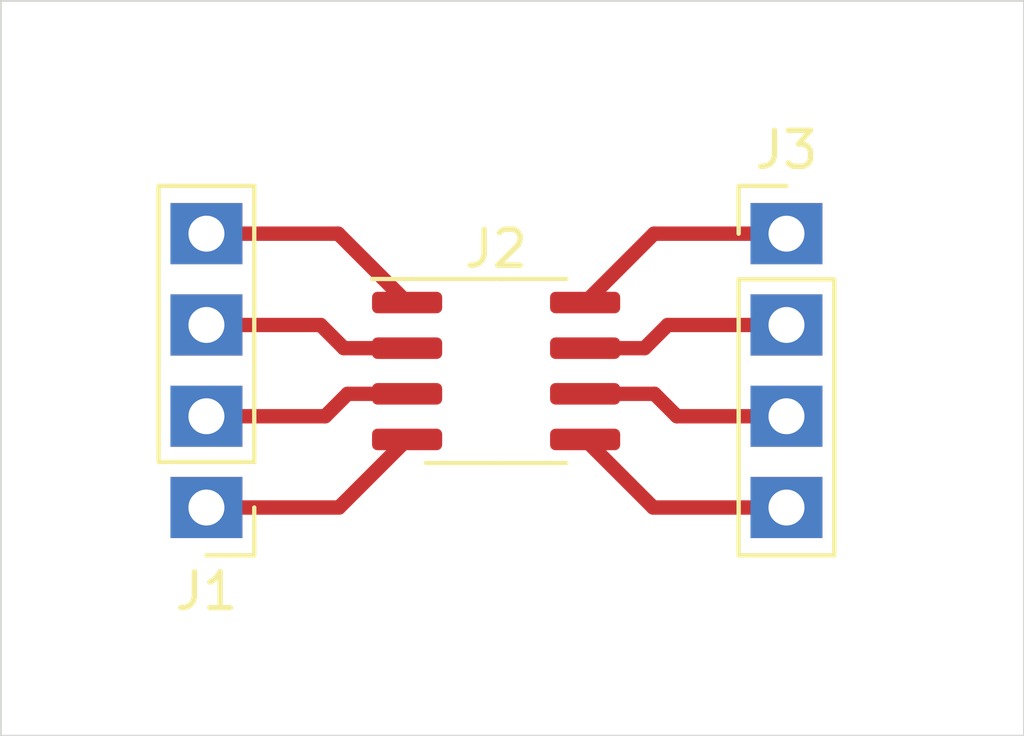
<source format=kicad_pcb>
(kicad_pcb (version 20171130) (host pcbnew 5.1.6-1.fc31)

  (general
    (thickness 1.6)
    (drawings 4)
    (tracks 20)
    (zones 0)
    (modules 3)
    (nets 9)
  )

  (page A4)
  (layers
    (0 F.Cu signal)
    (31 B.Cu signal)
    (32 B.Adhes user)
    (33 F.Adhes user)
    (34 B.Paste user)
    (35 F.Paste user)
    (36 B.SilkS user)
    (37 F.SilkS user)
    (38 B.Mask user)
    (39 F.Mask user)
    (40 Dwgs.User user)
    (41 Cmts.User user)
    (42 Eco1.User user)
    (43 Eco2.User user)
    (44 Edge.Cuts user)
    (45 Margin user)
    (46 B.CrtYd user)
    (47 F.CrtYd user)
    (48 B.Fab user)
    (49 F.Fab user)
  )

  (setup
    (last_trace_width 0.4)
    (user_trace_width 0.4)
    (trace_clearance 0.2)
    (zone_clearance 0.508)
    (zone_45_only no)
    (trace_min 0.2)
    (via_size 0.8)
    (via_drill 0.4)
    (via_min_size 0.4)
    (via_min_drill 0.3)
    (uvia_size 0.3)
    (uvia_drill 0.1)
    (uvias_allowed no)
    (uvia_min_size 0.2)
    (uvia_min_drill 0.1)
    (edge_width 0.05)
    (segment_width 0.2)
    (pcb_text_width 0.3)
    (pcb_text_size 1.5 1.5)
    (mod_edge_width 0.12)
    (mod_text_size 1 1)
    (mod_text_width 0.15)
    (pad_size 1.524 1.524)
    (pad_drill 0.762)
    (pad_to_mask_clearance 0.05)
    (aux_axis_origin 0 0)
    (visible_elements FFFFFF7F)
    (pcbplotparams
      (layerselection 0x010fc_ffffffff)
      (usegerberextensions false)
      (usegerberattributes true)
      (usegerberadvancedattributes true)
      (creategerberjobfile true)
      (excludeedgelayer false)
      (linewidth 0.100000)
      (plotframeref false)
      (viasonmask false)
      (mode 1)
      (useauxorigin false)
      (hpglpennumber 1)
      (hpglpenspeed 20)
      (hpglpendiameter 15.000000)
      (psnegative false)
      (psa4output false)
      (plotreference true)
      (plotvalue true)
      (plotinvisibletext false)
      (padsonsilk false)
      (subtractmaskfromsilk false)
      (outputformat 5)
      (mirror true)
      (drillshape 0)
      (scaleselection 1)
      (outputdirectory ""))
  )

  (net 0 "")
  (net 1 "Net-(J1-Pad4)")
  (net 2 "Net-(J1-Pad3)")
  (net 3 "Net-(J1-Pad2)")
  (net 4 "Net-(J1-Pad1)")
  (net 5 "Net-(J2-Pad8)")
  (net 6 "Net-(J2-Pad7)")
  (net 7 "Net-(J2-Pad6)")
  (net 8 "Net-(J2-Pad5)")

  (net_class Default "This is the default net class."
    (clearance 0.2)
    (trace_width 0.25)
    (via_dia 0.8)
    (via_drill 0.4)
    (uvia_dia 0.3)
    (uvia_drill 0.1)
    (add_net "Net-(J1-Pad1)")
    (add_net "Net-(J1-Pad2)")
    (add_net "Net-(J1-Pad3)")
    (add_net "Net-(J1-Pad4)")
    (add_net "Net-(J2-Pad5)")
    (add_net "Net-(J2-Pad6)")
    (add_net "Net-(J2-Pad7)")
    (add_net "Net-(J2-Pad8)")
  )

  (module soicbreakout:PinHeader_1x04_P2.54mm_Vertical_HandSoldering (layer F.Cu) (tedit 5EF352CA) (tstamp 5EF3A594)
    (at 62.484 28.829)
    (descr "Through hole straight pin header, 1x04, 2.54mm pitch, single row")
    (tags "Through hole pin header THT 1x04 2.54mm single row")
    (path /5EF508E2)
    (fp_text reference J3 (at 0 -2.33) (layer F.SilkS)
      (effects (font (size 1 1) (thickness 0.15)))
    )
    (fp_text value Conn_01x04 (at 0 9.95) (layer F.Fab)
      (effects (font (size 1 1) (thickness 0.15)))
    )
    (fp_text user %R (at 0 3.81 90) (layer F.Fab)
      (effects (font (size 1 1) (thickness 0.15)))
    )
    (fp_line (start 1.8 -1.8) (end -1.8 -1.8) (layer F.CrtYd) (width 0.05))
    (fp_line (start 1.8 9.4) (end 1.8 -1.8) (layer F.CrtYd) (width 0.05))
    (fp_line (start -1.8 9.4) (end 1.8 9.4) (layer F.CrtYd) (width 0.05))
    (fp_line (start -1.8 -1.8) (end -1.8 9.4) (layer F.CrtYd) (width 0.05))
    (fp_line (start -1.33 -1.33) (end 0 -1.33) (layer F.SilkS) (width 0.12))
    (fp_line (start -1.33 0) (end -1.33 -1.33) (layer F.SilkS) (width 0.12))
    (fp_line (start -1.33 1.27) (end 1.33 1.27) (layer F.SilkS) (width 0.12))
    (fp_line (start 1.33 1.27) (end 1.33 8.95) (layer F.SilkS) (width 0.12))
    (fp_line (start -1.33 1.27) (end -1.33 8.95) (layer F.SilkS) (width 0.12))
    (fp_line (start -1.33 8.95) (end 1.33 8.95) (layer F.SilkS) (width 0.12))
    (fp_line (start -1.27 -0.635) (end -0.635 -1.27) (layer F.Fab) (width 0.1))
    (fp_line (start -1.27 8.89) (end -1.27 -0.635) (layer F.Fab) (width 0.1))
    (fp_line (start 1.27 8.89) (end -1.27 8.89) (layer F.Fab) (width 0.1))
    (fp_line (start 1.27 -1.27) (end 1.27 8.89) (layer F.Fab) (width 0.1))
    (fp_line (start -0.635 -1.27) (end 1.27 -1.27) (layer F.Fab) (width 0.1))
    (pad 1 thru_hole rect (at 0 0) (size 2 1.7) (drill 1) (layers *.Cu *.Mask)
      (net 5 "Net-(J2-Pad8)"))
    (pad 2 thru_hole rect (at 0 2.54) (size 2 1.7) (drill 1) (layers *.Cu *.Mask)
      (net 6 "Net-(J2-Pad7)"))
    (pad 3 thru_hole rect (at 0 5.08) (size 2 1.7) (drill 1) (layers *.Cu *.Mask)
      (net 7 "Net-(J2-Pad6)"))
    (pad 4 thru_hole rect (at 0 7.62) (size 2 1.7) (drill 1) (layers *.Cu *.Mask)
      (net 8 "Net-(J2-Pad5)"))
    (model ${KISYS3DMOD}/Connector_PinHeader_2.54mm.3dshapes/PinHeader_1x04_P2.54mm_Vertical.wrl
      (at (xyz 0 0 0))
      (scale (xyz 1 1 1))
      (rotate (xyz 0 0 0))
    )
  )

  (module soicbreakout:PinHeader_1x04_P2.54mm_Vertical_HandSoldering (layer F.Cu) (tedit 5EF352CA) (tstamp 5EF3A562)
    (at 46.355 36.449 180)
    (descr "Through hole straight pin header, 1x04, 2.54mm pitch, single row")
    (tags "Through hole pin header THT 1x04 2.54mm single row")
    (path /5EF5163C)
    (fp_text reference J1 (at 0 -2.33) (layer F.SilkS)
      (effects (font (size 1 1) (thickness 0.15)))
    )
    (fp_text value Conn_01x04 (at 0 9.95) (layer F.Fab)
      (effects (font (size 1 1) (thickness 0.15)))
    )
    (fp_text user %R (at 0 3.81 90) (layer F.Fab)
      (effects (font (size 1 1) (thickness 0.15)))
    )
    (fp_line (start 1.8 -1.8) (end -1.8 -1.8) (layer F.CrtYd) (width 0.05))
    (fp_line (start 1.8 9.4) (end 1.8 -1.8) (layer F.CrtYd) (width 0.05))
    (fp_line (start -1.8 9.4) (end 1.8 9.4) (layer F.CrtYd) (width 0.05))
    (fp_line (start -1.8 -1.8) (end -1.8 9.4) (layer F.CrtYd) (width 0.05))
    (fp_line (start -1.33 -1.33) (end 0 -1.33) (layer F.SilkS) (width 0.12))
    (fp_line (start -1.33 0) (end -1.33 -1.33) (layer F.SilkS) (width 0.12))
    (fp_line (start -1.33 1.27) (end 1.33 1.27) (layer F.SilkS) (width 0.12))
    (fp_line (start 1.33 1.27) (end 1.33 8.95) (layer F.SilkS) (width 0.12))
    (fp_line (start -1.33 1.27) (end -1.33 8.95) (layer F.SilkS) (width 0.12))
    (fp_line (start -1.33 8.95) (end 1.33 8.95) (layer F.SilkS) (width 0.12))
    (fp_line (start -1.27 -0.635) (end -0.635 -1.27) (layer F.Fab) (width 0.1))
    (fp_line (start -1.27 8.89) (end -1.27 -0.635) (layer F.Fab) (width 0.1))
    (fp_line (start 1.27 8.89) (end -1.27 8.89) (layer F.Fab) (width 0.1))
    (fp_line (start 1.27 -1.27) (end 1.27 8.89) (layer F.Fab) (width 0.1))
    (fp_line (start -0.635 -1.27) (end 1.27 -1.27) (layer F.Fab) (width 0.1))
    (pad 1 thru_hole rect (at 0 0 180) (size 2 1.7) (drill 1) (layers *.Cu *.Mask)
      (net 4 "Net-(J1-Pad1)"))
    (pad 2 thru_hole rect (at 0 2.54 180) (size 2 1.7) (drill 1) (layers *.Cu *.Mask)
      (net 3 "Net-(J1-Pad2)"))
    (pad 3 thru_hole rect (at 0 5.08 180) (size 2 1.7) (drill 1) (layers *.Cu *.Mask)
      (net 2 "Net-(J1-Pad3)"))
    (pad 4 thru_hole rect (at 0 7.62 180) (size 2 1.7) (drill 1) (layers *.Cu *.Mask)
      (net 1 "Net-(J1-Pad4)"))
    (model ${KISYS3DMOD}/Connector_PinHeader_2.54mm.3dshapes/PinHeader_1x04_P2.54mm_Vertical.wrl
      (at (xyz 0 0 0))
      (scale (xyz 1 1 1))
      (rotate (xyz 0 0 0))
    )
  )

  (module Package_SO:SOIC-8_3.9x4.9mm_P1.27mm (layer F.Cu) (tedit 5D9F72B1) (tstamp 5EF3A718)
    (at 54.41 32.65)
    (descr "SOIC, 8 Pin (JEDEC MS-012AA, https://www.analog.com/media/en/package-pcb-resources/package/pkg_pdf/soic_narrow-r/r_8.pdf), generated with kicad-footprint-generator ipc_gullwing_generator.py")
    (tags "SOIC SO")
    (path /5EF502F4)
    (attr smd)
    (fp_text reference J2 (at 0 -3.4) (layer F.SilkS)
      (effects (font (size 1 1) (thickness 0.15)))
    )
    (fp_text value SOIC8 (at 0 3.4) (layer F.Fab)
      (effects (font (size 1 1) (thickness 0.15)))
    )
    (fp_text user %R (at 0 0) (layer F.Fab)
      (effects (font (size 0.98 0.98) (thickness 0.15)))
    )
    (fp_line (start 0 2.56) (end 1.95 2.56) (layer F.SilkS) (width 0.12))
    (fp_line (start 0 2.56) (end -1.95 2.56) (layer F.SilkS) (width 0.12))
    (fp_line (start 0 -2.56) (end 1.95 -2.56) (layer F.SilkS) (width 0.12))
    (fp_line (start 0 -2.56) (end -3.45 -2.56) (layer F.SilkS) (width 0.12))
    (fp_line (start -0.975 -2.45) (end 1.95 -2.45) (layer F.Fab) (width 0.1))
    (fp_line (start 1.95 -2.45) (end 1.95 2.45) (layer F.Fab) (width 0.1))
    (fp_line (start 1.95 2.45) (end -1.95 2.45) (layer F.Fab) (width 0.1))
    (fp_line (start -1.95 2.45) (end -1.95 -1.475) (layer F.Fab) (width 0.1))
    (fp_line (start -1.95 -1.475) (end -0.975 -2.45) (layer F.Fab) (width 0.1))
    (fp_line (start -3.7 -2.7) (end -3.7 2.7) (layer F.CrtYd) (width 0.05))
    (fp_line (start -3.7 2.7) (end 3.7 2.7) (layer F.CrtYd) (width 0.05))
    (fp_line (start 3.7 2.7) (end 3.7 -2.7) (layer F.CrtYd) (width 0.05))
    (fp_line (start 3.7 -2.7) (end -3.7 -2.7) (layer F.CrtYd) (width 0.05))
    (pad 8 smd roundrect (at 2.475 -1.905) (size 1.95 0.6) (layers F.Cu F.Paste F.Mask) (roundrect_rratio 0.25)
      (net 5 "Net-(J2-Pad8)"))
    (pad 7 smd roundrect (at 2.475 -0.635) (size 1.95 0.6) (layers F.Cu F.Paste F.Mask) (roundrect_rratio 0.25)
      (net 6 "Net-(J2-Pad7)"))
    (pad 6 smd roundrect (at 2.475 0.635) (size 1.95 0.6) (layers F.Cu F.Paste F.Mask) (roundrect_rratio 0.25)
      (net 7 "Net-(J2-Pad6)"))
    (pad 5 smd roundrect (at 2.475 1.905) (size 1.95 0.6) (layers F.Cu F.Paste F.Mask) (roundrect_rratio 0.25)
      (net 8 "Net-(J2-Pad5)"))
    (pad 4 smd roundrect (at -2.475 1.905) (size 1.95 0.6) (layers F.Cu F.Paste F.Mask) (roundrect_rratio 0.25)
      (net 4 "Net-(J1-Pad1)"))
    (pad 3 smd roundrect (at -2.475 0.635) (size 1.95 0.6) (layers F.Cu F.Paste F.Mask) (roundrect_rratio 0.25)
      (net 3 "Net-(J1-Pad2)"))
    (pad 2 smd roundrect (at -2.475 -0.635) (size 1.95 0.6) (layers F.Cu F.Paste F.Mask) (roundrect_rratio 0.25)
      (net 2 "Net-(J1-Pad3)"))
    (pad 1 smd roundrect (at -2.475 -1.905) (size 1.95 0.6) (layers F.Cu F.Paste F.Mask) (roundrect_rratio 0.25)
      (net 1 "Net-(J1-Pad4)"))
    (model ${KISYS3DMOD}/Package_SO.3dshapes/SOIC-8_3.9x4.9mm_P1.27mm.wrl
      (at (xyz 0 0 0))
      (scale (xyz 1 1 1))
      (rotate (xyz 0 0 0))
    )
  )

  (gr_line (start 40.64 42.799) (end 40.64 22.352) (layer Edge.Cuts) (width 0.05) (tstamp 5EF3ABAC))
  (gr_line (start 69.088 42.799) (end 40.64 42.799) (layer Edge.Cuts) (width 0.05))
  (gr_line (start 69.088 22.352) (end 69.088 42.799) (layer Edge.Cuts) (width 0.05))
  (gr_line (start 40.64 22.352) (end 69.088 22.352) (layer Edge.Cuts) (width 0.05))

  (segment (start 51.935 30.745) (end 50.019 28.829) (width 0.4) (layer F.Cu) (net 1))
  (segment (start 50.019 28.829) (end 46.355 28.829) (width 0.4) (layer F.Cu) (net 1))
  (segment (start 51.935 32.015) (end 50.176 32.015) (width 0.4) (layer F.Cu) (net 2))
  (segment (start 49.53 31.369) (end 46.355 31.369) (width 0.4) (layer F.Cu) (net 2))
  (segment (start 50.176 32.015) (end 49.53 31.369) (width 0.4) (layer F.Cu) (net 2))
  (segment (start 51.935 33.285) (end 50.281 33.285) (width 0.4) (layer F.Cu) (net 3))
  (segment (start 49.657 33.909) (end 46.355 33.909) (width 0.4) (layer F.Cu) (net 3))
  (segment (start 50.281 33.285) (end 49.657 33.909) (width 0.4) (layer F.Cu) (net 3))
  (segment (start 51.935 34.555) (end 50.041 36.449) (width 0.4) (layer F.Cu) (net 4))
  (segment (start 50.041 36.449) (end 46.355 36.449) (width 0.4) (layer F.Cu) (net 4))
  (segment (start 56.885 30.745) (end 58.801 28.829) (width 0.4) (layer F.Cu) (net 5))
  (segment (start 58.801 28.829) (end 62.484 28.829) (width 0.4) (layer F.Cu) (net 5))
  (segment (start 56.885 32.015) (end 58.536 32.015) (width 0.4) (layer F.Cu) (net 6))
  (segment (start 59.182 31.369) (end 62.484 31.369) (width 0.4) (layer F.Cu) (net 6))
  (segment (start 58.536 32.015) (end 59.182 31.369) (width 0.4) (layer F.Cu) (net 6))
  (segment (start 56.885 33.285) (end 58.812 33.285) (width 0.4) (layer F.Cu) (net 7))
  (segment (start 59.436 33.909) (end 62.484 33.909) (width 0.4) (layer F.Cu) (net 7))
  (segment (start 58.812 33.285) (end 59.436 33.909) (width 0.4) (layer F.Cu) (net 7))
  (segment (start 56.885 34.555) (end 58.779 36.449) (width 0.4) (layer F.Cu) (net 8))
  (segment (start 58.779 36.449) (end 62.484 36.449) (width 0.4) (layer F.Cu) (net 8))

)

</source>
